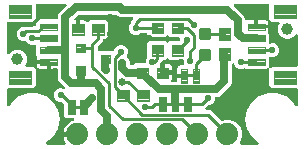
<source format=gtl>
G04 EAGLE Gerber RS-274X export*
G75*
%MOMM*%
%FSLAX34Y34*%
%LPD*%
%INTop Copper*%
%IPPOS*%
%AMOC8*
5,1,8,0,0,1.08239X$1,22.5*%
G01*
%ADD10C,1.000000*%
%ADD11C,0.099059*%
%ADD12C,0.100000*%
%ADD13C,0.102000*%
%ADD14C,0.096000*%
%ADD15C,1.879600*%
%ADD16C,0.300000*%
%ADD17C,0.104000*%
%ADD18C,0.635000*%
%ADD19C,0.558800*%
%ADD20C,0.254000*%
%ADD21C,0.635000*%

G36*
X216140Y4075D02*
X216140Y4075D01*
X216214Y4075D01*
X216280Y4095D01*
X216349Y4105D01*
X216416Y4135D01*
X216486Y4155D01*
X216545Y4192D01*
X216608Y4221D01*
X216664Y4268D01*
X216726Y4308D01*
X216772Y4360D01*
X216825Y4404D01*
X216866Y4466D01*
X216915Y4521D01*
X216944Y4583D01*
X216983Y4641D01*
X217005Y4711D01*
X217036Y4778D01*
X217048Y4846D01*
X217068Y4912D01*
X217070Y4986D01*
X217082Y5058D01*
X217074Y5127D01*
X217076Y5196D01*
X217057Y5267D01*
X217048Y5341D01*
X217021Y5404D01*
X217004Y5471D01*
X216966Y5535D01*
X216938Y5602D01*
X216899Y5647D01*
X216859Y5716D01*
X216769Y5800D01*
X216720Y5858D01*
X211015Y10644D01*
X207029Y17549D01*
X205645Y25400D01*
X207029Y33251D01*
X211015Y40155D01*
X217122Y45280D01*
X224614Y48007D01*
X232586Y48007D01*
X240078Y45280D01*
X246185Y40156D01*
X248041Y36941D01*
X248053Y36926D01*
X248061Y36908D01*
X248140Y36814D01*
X248216Y36717D01*
X248232Y36706D01*
X248245Y36691D01*
X248347Y36622D01*
X248446Y36551D01*
X248465Y36544D01*
X248481Y36533D01*
X248599Y36496D01*
X248714Y36454D01*
X248734Y36453D01*
X248752Y36447D01*
X248875Y36444D01*
X248998Y36436D01*
X249017Y36441D01*
X249036Y36440D01*
X249155Y36471D01*
X249275Y36498D01*
X249293Y36507D01*
X249311Y36512D01*
X249417Y36574D01*
X249525Y36633D01*
X249539Y36647D01*
X249556Y36657D01*
X249640Y36747D01*
X249727Y36833D01*
X249737Y36850D01*
X249750Y36864D01*
X249806Y36974D01*
X249866Y37081D01*
X249871Y37100D01*
X249880Y37118D01*
X249892Y37190D01*
X249931Y37358D01*
X249929Y37409D01*
X249935Y37449D01*
X249935Y50836D01*
X249927Y50894D01*
X249929Y50952D01*
X249907Y51034D01*
X249895Y51118D01*
X249872Y51171D01*
X249857Y51227D01*
X249814Y51300D01*
X249779Y51377D01*
X249741Y51422D01*
X249712Y51472D01*
X249650Y51530D01*
X249596Y51594D01*
X249547Y51626D01*
X249504Y51666D01*
X249429Y51705D01*
X249359Y51752D01*
X249303Y51769D01*
X249251Y51796D01*
X249183Y51807D01*
X249088Y51837D01*
X248988Y51840D01*
X248920Y51851D01*
X228028Y51851D01*
X225961Y53918D01*
X225961Y67887D01*
X225957Y67917D01*
X225960Y67946D01*
X225937Y68057D01*
X225921Y68169D01*
X225909Y68196D01*
X225904Y68224D01*
X225851Y68325D01*
X225805Y68428D01*
X225786Y68451D01*
X225773Y68477D01*
X225695Y68559D01*
X225622Y68645D01*
X225597Y68662D01*
X225577Y68683D01*
X225479Y68740D01*
X225385Y68803D01*
X225357Y68812D01*
X225332Y68827D01*
X225222Y68855D01*
X225114Y68889D01*
X225084Y68889D01*
X225056Y68897D01*
X224943Y68893D01*
X224830Y68896D01*
X224801Y68889D01*
X224772Y68888D01*
X224664Y68853D01*
X224555Y68824D01*
X224529Y68809D01*
X224501Y68800D01*
X224437Y68755D01*
X224310Y68679D01*
X224267Y68633D01*
X224228Y68605D01*
X223474Y67851D01*
X206046Y67851D01*
X205685Y68213D01*
X205683Y68214D01*
X205682Y68215D01*
X205569Y68300D01*
X205457Y68384D01*
X205456Y68384D01*
X205455Y68385D01*
X205324Y68434D01*
X205192Y68485D01*
X205190Y68485D01*
X205189Y68485D01*
X205045Y68497D01*
X204908Y68508D01*
X204907Y68508D01*
X204905Y68508D01*
X204889Y68505D01*
X204630Y68452D01*
X204602Y68438D01*
X204578Y68433D01*
X203092Y67817D01*
X200768Y67817D01*
X198620Y68707D01*
X196977Y70350D01*
X196226Y72162D01*
X196168Y72261D01*
X196115Y72363D01*
X196096Y72383D01*
X196082Y72407D01*
X195998Y72486D01*
X195919Y72569D01*
X195895Y72583D01*
X195875Y72602D01*
X195773Y72655D01*
X195674Y72713D01*
X195647Y72720D01*
X195622Y72733D01*
X195509Y72755D01*
X195398Y72783D01*
X195371Y72782D01*
X195343Y72788D01*
X195229Y72778D01*
X195114Y72774D01*
X195088Y72765D01*
X195060Y72763D01*
X194953Y72722D01*
X194844Y72687D01*
X194823Y72672D01*
X194795Y72661D01*
X194582Y72500D01*
X194570Y72492D01*
X194481Y72402D01*
X194428Y72332D01*
X194369Y72269D01*
X194343Y72219D01*
X194310Y72175D01*
X194279Y72093D01*
X194239Y72016D01*
X194231Y71968D01*
X194209Y71909D01*
X194197Y71762D01*
X194184Y71685D01*
X194184Y56357D01*
X193236Y54069D01*
X191343Y52176D01*
X186584Y47417D01*
X184691Y45524D01*
X182403Y44576D01*
X180848Y44576D01*
X180790Y44568D01*
X180732Y44570D01*
X180650Y44548D01*
X180566Y44536D01*
X180513Y44513D01*
X180457Y44498D01*
X180384Y44455D01*
X180307Y44420D01*
X180262Y44382D01*
X180212Y44353D01*
X180154Y44291D01*
X180090Y44237D01*
X180058Y44188D01*
X180018Y44145D01*
X179979Y44070D01*
X179932Y44000D01*
X179915Y43944D01*
X179888Y43892D01*
X179877Y43824D01*
X179847Y43729D01*
X179844Y43629D01*
X179833Y43561D01*
X179833Y42018D01*
X178943Y39870D01*
X177300Y38227D01*
X175152Y37337D01*
X174675Y37337D01*
X174589Y37325D01*
X174501Y37322D01*
X174449Y37305D01*
X174394Y37297D01*
X174314Y37262D01*
X174231Y37235D01*
X174192Y37207D01*
X174135Y37181D01*
X174021Y37085D01*
X173958Y37040D01*
X173526Y36609D01*
X173526Y36608D01*
X172179Y35262D01*
X172162Y35238D01*
X172139Y35219D01*
X172077Y35125D01*
X172009Y35035D01*
X171998Y35007D01*
X171982Y34983D01*
X171948Y34875D01*
X171907Y34769D01*
X171905Y34740D01*
X171896Y34712D01*
X171893Y34598D01*
X171884Y34486D01*
X171890Y34457D01*
X171889Y34428D01*
X171917Y34318D01*
X171940Y34207D01*
X171953Y34181D01*
X171961Y34153D01*
X172018Y34055D01*
X172071Y33955D01*
X172091Y33933D01*
X172106Y33908D01*
X172188Y33831D01*
X172266Y33749D01*
X172292Y33734D01*
X172313Y33714D01*
X172414Y33662D01*
X172512Y33605D01*
X172540Y33598D01*
X172566Y33584D01*
X172644Y33571D01*
X172787Y33535D01*
X172850Y33537D01*
X172897Y33529D01*
X175779Y33529D01*
X184813Y24495D01*
X184814Y24494D01*
X184815Y24493D01*
X184933Y24404D01*
X185040Y24324D01*
X185041Y24323D01*
X185043Y24322D01*
X185176Y24272D01*
X185306Y24223D01*
X185307Y24223D01*
X185309Y24222D01*
X185453Y24210D01*
X185589Y24199D01*
X185590Y24199D01*
X185592Y24199D01*
X185608Y24203D01*
X185868Y24255D01*
X185895Y24269D01*
X185919Y24275D01*
X188024Y25147D01*
X192976Y25147D01*
X197551Y23252D01*
X201052Y19751D01*
X202947Y15176D01*
X202947Y10224D01*
X200977Y5469D01*
X200948Y5357D01*
X200914Y5248D01*
X200913Y5220D01*
X200906Y5193D01*
X200909Y5079D01*
X200906Y4964D01*
X200913Y4937D01*
X200914Y4909D01*
X200949Y4800D01*
X200978Y4689D01*
X200992Y4665D01*
X201001Y4638D01*
X201065Y4543D01*
X201123Y4444D01*
X201144Y4425D01*
X201159Y4402D01*
X201247Y4328D01*
X201331Y4250D01*
X201355Y4237D01*
X201377Y4219D01*
X201481Y4173D01*
X201584Y4120D01*
X201608Y4116D01*
X201636Y4104D01*
X201900Y4067D01*
X201915Y4065D01*
X216067Y4065D01*
X216140Y4075D01*
G37*
G36*
X53115Y4078D02*
X53115Y4078D01*
X53207Y4081D01*
X53256Y4097D01*
X53306Y4105D01*
X53390Y4142D01*
X53477Y4171D01*
X53519Y4200D01*
X53565Y4221D01*
X53635Y4280D01*
X53711Y4332D01*
X53743Y4372D01*
X53782Y4404D01*
X53833Y4481D01*
X53892Y4552D01*
X53912Y4599D01*
X53940Y4641D01*
X53968Y4729D01*
X54004Y4813D01*
X54010Y4864D01*
X54026Y4912D01*
X54028Y5004D01*
X54039Y5095D01*
X54032Y5146D01*
X54033Y5196D01*
X54010Y5285D01*
X53995Y5376D01*
X53975Y5416D01*
X53961Y5471D01*
X53880Y5608D01*
X53846Y5677D01*
X53289Y6443D01*
X52436Y8117D01*
X51855Y9904D01*
X51734Y10669D01*
X62484Y10669D01*
X62542Y10677D01*
X62600Y10675D01*
X62682Y10697D01*
X62765Y10709D01*
X62819Y10733D01*
X62875Y10747D01*
X62948Y10790D01*
X63025Y10825D01*
X63069Y10863D01*
X63120Y10893D01*
X63177Y10954D01*
X63242Y11009D01*
X63274Y11057D01*
X63314Y11100D01*
X63353Y11175D01*
X63399Y11245D01*
X63417Y11301D01*
X63444Y11353D01*
X63455Y11421D01*
X63485Y11516D01*
X63488Y11616D01*
X63499Y11684D01*
X63499Y13716D01*
X63491Y13774D01*
X63492Y13832D01*
X63471Y13914D01*
X63459Y13997D01*
X63435Y14051D01*
X63421Y14107D01*
X63378Y14180D01*
X63343Y14257D01*
X63305Y14302D01*
X63275Y14352D01*
X63214Y14410D01*
X63159Y14474D01*
X63111Y14506D01*
X63068Y14546D01*
X62993Y14585D01*
X62923Y14631D01*
X62867Y14649D01*
X62815Y14676D01*
X62747Y14687D01*
X62652Y14717D01*
X62552Y14720D01*
X62484Y14731D01*
X51734Y14731D01*
X51855Y15496D01*
X52436Y17283D01*
X53289Y18957D01*
X54394Y20478D01*
X55722Y21806D01*
X57243Y22911D01*
X58917Y23764D01*
X60199Y24180D01*
X60311Y24236D01*
X60426Y24287D01*
X60439Y24298D01*
X60454Y24305D01*
X60547Y24389D01*
X60643Y24471D01*
X60652Y24485D01*
X60665Y24496D01*
X60731Y24603D01*
X60800Y24707D01*
X60806Y24723D01*
X60815Y24738D01*
X60848Y24859D01*
X60886Y24978D01*
X60887Y24995D01*
X60891Y25012D01*
X60890Y25137D01*
X60894Y25262D01*
X60889Y25279D01*
X60889Y25296D01*
X60853Y25417D01*
X60822Y25537D01*
X60813Y25552D01*
X60808Y25568D01*
X60740Y25674D01*
X60676Y25782D01*
X60664Y25793D01*
X60655Y25808D01*
X60561Y25891D01*
X60469Y25976D01*
X60454Y25984D01*
X60441Y25995D01*
X60327Y26049D01*
X60216Y26106D01*
X60201Y26108D01*
X60184Y26116D01*
X59903Y26161D01*
X59894Y26160D01*
X59885Y26161D01*
X54018Y26161D01*
X51942Y28237D01*
X51942Y38050D01*
X51930Y38136D01*
X51927Y38224D01*
X51910Y38276D01*
X51902Y38331D01*
X51867Y38411D01*
X51840Y38494D01*
X51812Y38533D01*
X51786Y38590D01*
X51690Y38704D01*
X51645Y38767D01*
X50832Y39580D01*
X50763Y39632D01*
X50699Y39692D01*
X50649Y39718D01*
X50605Y39751D01*
X50524Y39782D01*
X50446Y39822D01*
X50398Y39830D01*
X50340Y39852D01*
X50192Y39864D01*
X50115Y39877D01*
X48368Y39877D01*
X46220Y40767D01*
X44577Y42410D01*
X43687Y44558D01*
X43687Y46882D01*
X44577Y49030D01*
X46220Y50673D01*
X48368Y51563D01*
X50692Y51563D01*
X51514Y51222D01*
X51597Y51201D01*
X51677Y51170D01*
X51734Y51166D01*
X51789Y51152D01*
X51875Y51154D01*
X51960Y51147D01*
X52016Y51158D01*
X52073Y51160D01*
X52155Y51186D01*
X52239Y51203D01*
X52290Y51229D01*
X52344Y51246D01*
X52415Y51294D01*
X52491Y51334D01*
X52533Y51373D01*
X52580Y51405D01*
X52635Y51470D01*
X52698Y51530D01*
X52726Y51579D01*
X52763Y51622D01*
X52798Y51701D01*
X52841Y51775D01*
X52855Y51830D01*
X52878Y51882D01*
X52890Y51967D01*
X52911Y52050D01*
X52910Y52107D01*
X52917Y52164D01*
X52905Y52249D01*
X52902Y52334D01*
X52885Y52389D01*
X52877Y52445D01*
X52841Y52523D01*
X52815Y52605D01*
X52786Y52645D01*
X52760Y52704D01*
X52665Y52815D01*
X52620Y52878D01*
X48064Y57435D01*
X47116Y59722D01*
X47116Y67344D01*
X47108Y67402D01*
X47110Y67460D01*
X47088Y67542D01*
X47076Y67626D01*
X47053Y67679D01*
X47038Y67735D01*
X46995Y67808D01*
X46960Y67885D01*
X46922Y67930D01*
X46893Y67980D01*
X46831Y68038D01*
X46777Y68102D01*
X46728Y68134D01*
X46685Y68174D01*
X46610Y68213D01*
X46540Y68260D01*
X46484Y68277D01*
X46432Y68304D01*
X46364Y68315D01*
X46269Y68345D01*
X46169Y68348D01*
X46101Y68359D01*
X40739Y68359D01*
X40739Y73416D01*
X40731Y73474D01*
X40733Y73532D01*
X40711Y73614D01*
X40699Y73697D01*
X40676Y73751D01*
X40661Y73807D01*
X40618Y73880D01*
X40583Y73957D01*
X40545Y74001D01*
X40516Y74052D01*
X40454Y74109D01*
X40400Y74174D01*
X40351Y74206D01*
X40308Y74246D01*
X40233Y74285D01*
X40163Y74331D01*
X40107Y74349D01*
X40055Y74376D01*
X39987Y74387D01*
X39892Y74417D01*
X39792Y74420D01*
X39765Y74424D01*
X39763Y74442D01*
X39764Y74500D01*
X39743Y74582D01*
X39731Y74666D01*
X39707Y74719D01*
X39693Y74775D01*
X39649Y74848D01*
X39615Y74925D01*
X39577Y74970D01*
X39547Y75020D01*
X39486Y75078D01*
X39431Y75142D01*
X39383Y75174D01*
X39340Y75214D01*
X39265Y75253D01*
X39195Y75300D01*
X39139Y75317D01*
X39087Y75344D01*
X39019Y75355D01*
X38924Y75385D01*
X38824Y75388D01*
X38756Y75399D01*
X28949Y75399D01*
X28949Y76792D01*
X29157Y77568D01*
X29373Y77941D01*
X29398Y78004D01*
X29432Y78063D01*
X29451Y78135D01*
X29479Y78204D01*
X29486Y78272D01*
X29503Y78338D01*
X29500Y78413D01*
X29508Y78487D01*
X29496Y78554D01*
X29493Y78622D01*
X29471Y78693D01*
X29457Y78767D01*
X29427Y78828D01*
X29406Y78893D01*
X29370Y78944D01*
X29331Y79022D01*
X29254Y79106D01*
X29211Y79166D01*
X28441Y79936D01*
X28441Y87396D01*
X28425Y87510D01*
X28415Y87624D01*
X28405Y87650D01*
X28401Y87678D01*
X28355Y87782D01*
X28313Y87890D01*
X28296Y87912D01*
X28285Y87937D01*
X28211Y88025D01*
X28142Y88116D01*
X28119Y88133D01*
X28102Y88154D01*
X28006Y88218D01*
X27914Y88287D01*
X27888Y88296D01*
X27865Y88312D01*
X27755Y88346D01*
X27648Y88387D01*
X27620Y88389D01*
X27594Y88397D01*
X27479Y88400D01*
X27365Y88410D01*
X27340Y88404D01*
X27310Y88405D01*
X27053Y88338D01*
X27037Y88334D01*
X26562Y88137D01*
X24238Y88137D01*
X22090Y89027D01*
X20447Y90670D01*
X20164Y91354D01*
X20134Y91405D01*
X20113Y91459D01*
X20062Y91526D01*
X20019Y91599D01*
X19977Y91639D01*
X19941Y91686D01*
X19874Y91736D01*
X19812Y91794D01*
X19760Y91821D01*
X19714Y91856D01*
X19635Y91886D01*
X19560Y91924D01*
X19502Y91936D01*
X19448Y91956D01*
X19363Y91963D01*
X19281Y91979D01*
X19222Y91974D01*
X19164Y91979D01*
X19097Y91964D01*
X18997Y91955D01*
X18977Y91947D01*
X16618Y91947D01*
X14470Y92837D01*
X12827Y94480D01*
X11937Y96628D01*
X11937Y98952D01*
X12827Y101100D01*
X14470Y102743D01*
X16618Y103633D01*
X17095Y103633D01*
X17181Y103645D01*
X17269Y103648D01*
X17321Y103665D01*
X17376Y103673D01*
X17456Y103708D01*
X17539Y103735D01*
X17578Y103763D01*
X17635Y103789D01*
X17749Y103885D01*
X17812Y103930D01*
X18531Y104649D01*
X27426Y104649D01*
X27484Y104657D01*
X27542Y104655D01*
X27624Y104677D01*
X27708Y104689D01*
X27761Y104712D01*
X27817Y104727D01*
X27890Y104770D01*
X27967Y104805D01*
X28012Y104843D01*
X28062Y104872D01*
X28120Y104934D01*
X28184Y104988D01*
X28216Y105037D01*
X28256Y105080D01*
X28295Y105155D01*
X28342Y105225D01*
X28359Y105281D01*
X28386Y105333D01*
X28397Y105401D01*
X28427Y105496D01*
X28430Y105596D01*
X28441Y105664D01*
X28441Y107870D01*
X28437Y107899D01*
X28440Y107928D01*
X28417Y108039D01*
X28401Y108151D01*
X28389Y108178D01*
X28384Y108207D01*
X28331Y108308D01*
X28285Y108411D01*
X28266Y108433D01*
X28253Y108459D01*
X28175Y108541D01*
X28102Y108628D01*
X28077Y108644D01*
X28057Y108665D01*
X27959Y108723D01*
X27865Y108785D01*
X27837Y108794D01*
X27812Y108809D01*
X27702Y108837D01*
X27594Y108871D01*
X27564Y108872D01*
X27536Y108879D01*
X27423Y108876D01*
X27310Y108878D01*
X27281Y108871D01*
X27252Y108870D01*
X27144Y108835D01*
X27035Y108807D01*
X27009Y108792D01*
X26981Y108783D01*
X26917Y108737D01*
X26790Y108661D01*
X26747Y108616D01*
X26708Y108588D01*
X25972Y107851D01*
X5080Y107851D01*
X5022Y107843D01*
X4964Y107845D01*
X4882Y107823D01*
X4798Y107811D01*
X4745Y107788D01*
X4689Y107773D01*
X4616Y107730D01*
X4539Y107695D01*
X4494Y107657D01*
X4444Y107628D01*
X4386Y107566D01*
X4322Y107512D01*
X4290Y107463D01*
X4250Y107420D01*
X4211Y107345D01*
X4164Y107275D01*
X4147Y107219D01*
X4120Y107167D01*
X4109Y107099D01*
X4079Y107004D01*
X4076Y106904D01*
X4065Y106836D01*
X4065Y81398D01*
X4069Y81369D01*
X4066Y81340D01*
X4089Y81229D01*
X4105Y81117D01*
X4117Y81090D01*
X4122Y81061D01*
X4175Y80961D01*
X4221Y80857D01*
X4240Y80835D01*
X4253Y80809D01*
X4331Y80727D01*
X4404Y80640D01*
X4429Y80624D01*
X4449Y80603D01*
X4547Y80546D01*
X4641Y80483D01*
X4669Y80474D01*
X4694Y80459D01*
X4804Y80431D01*
X4912Y80397D01*
X4942Y80396D01*
X4970Y80389D01*
X5083Y80393D01*
X5196Y80390D01*
X5225Y80397D01*
X5254Y80398D01*
X5362Y80433D01*
X5471Y80462D01*
X5497Y80477D01*
X5525Y80486D01*
X5588Y80531D01*
X5716Y80607D01*
X5759Y80652D01*
X5798Y80680D01*
X8141Y83023D01*
X11099Y84249D01*
X14301Y84249D01*
X17259Y83023D01*
X19523Y80759D01*
X20749Y77801D01*
X20749Y74599D01*
X19520Y71633D01*
X19462Y71545D01*
X19394Y71455D01*
X19383Y71427D01*
X19367Y71403D01*
X19333Y71295D01*
X19292Y71189D01*
X19290Y71160D01*
X19281Y71132D01*
X19278Y71019D01*
X19269Y70906D01*
X19275Y70877D01*
X19274Y70848D01*
X19302Y70738D01*
X19325Y70627D01*
X19338Y70601D01*
X19346Y70573D01*
X19403Y70475D01*
X19456Y70375D01*
X19476Y70353D01*
X19491Y70328D01*
X19573Y70251D01*
X19651Y70169D01*
X19677Y70154D01*
X19698Y70134D01*
X19799Y70082D01*
X19897Y70025D01*
X19925Y70018D01*
X19951Y70004D01*
X20029Y69991D01*
X20172Y69955D01*
X20235Y69957D01*
X20282Y69949D01*
X25972Y69949D01*
X28039Y67882D01*
X28039Y53918D01*
X25972Y51851D01*
X5080Y51851D01*
X5022Y51843D01*
X4964Y51845D01*
X4882Y51823D01*
X4798Y51811D01*
X4745Y51788D01*
X4689Y51773D01*
X4616Y51730D01*
X4539Y51695D01*
X4494Y51657D01*
X4444Y51628D01*
X4386Y51566D01*
X4322Y51512D01*
X4290Y51463D01*
X4250Y51420D01*
X4211Y51345D01*
X4164Y51275D01*
X4147Y51219D01*
X4120Y51167D01*
X4109Y51099D01*
X4079Y51004D01*
X4076Y50904D01*
X4065Y50836D01*
X4065Y37449D01*
X4067Y37429D01*
X4065Y37410D01*
X4087Y37289D01*
X4105Y37167D01*
X4113Y37149D01*
X4116Y37130D01*
X4171Y37020D01*
X4221Y36908D01*
X4233Y36893D01*
X4242Y36875D01*
X4325Y36784D01*
X4404Y36691D01*
X4421Y36680D01*
X4434Y36665D01*
X4539Y36601D01*
X4641Y36533D01*
X4660Y36527D01*
X4676Y36517D01*
X4795Y36484D01*
X4912Y36447D01*
X4932Y36447D01*
X4951Y36442D01*
X5073Y36443D01*
X5196Y36440D01*
X5215Y36445D01*
X5235Y36445D01*
X5353Y36481D01*
X5471Y36512D01*
X5488Y36522D01*
X5507Y36528D01*
X5610Y36594D01*
X5716Y36657D01*
X5729Y36671D01*
X5746Y36682D01*
X5792Y36739D01*
X5910Y36864D01*
X5934Y36910D01*
X5959Y36941D01*
X7815Y40156D01*
X13922Y45280D01*
X21414Y48007D01*
X29386Y48007D01*
X36878Y45280D01*
X42985Y40156D01*
X46971Y33251D01*
X48355Y25400D01*
X46971Y17549D01*
X42985Y10645D01*
X37280Y5858D01*
X37231Y5803D01*
X37175Y5755D01*
X37136Y5698D01*
X37090Y5646D01*
X37058Y5580D01*
X37017Y5519D01*
X36996Y5453D01*
X36966Y5390D01*
X36954Y5318D01*
X36932Y5248D01*
X36930Y5179D01*
X36918Y5110D01*
X36926Y5037D01*
X36924Y4964D01*
X36942Y4897D01*
X36949Y4828D01*
X36977Y4760D01*
X36996Y4689D01*
X37031Y4629D01*
X37058Y4565D01*
X37104Y4507D01*
X37141Y4444D01*
X37192Y4397D01*
X37235Y4343D01*
X37295Y4300D01*
X37349Y4250D01*
X37410Y4218D01*
X37467Y4178D01*
X37536Y4154D01*
X37602Y4120D01*
X37660Y4110D01*
X37735Y4084D01*
X37857Y4077D01*
X37933Y4065D01*
X53024Y4065D01*
X53115Y4078D01*
G37*
G36*
X109871Y71006D02*
X109871Y71006D01*
X109959Y71009D01*
X110011Y71026D01*
X110066Y71034D01*
X110146Y71069D01*
X110229Y71096D01*
X110268Y71124D01*
X110325Y71150D01*
X110439Y71246D01*
X110502Y71291D01*
X112030Y72819D01*
X120142Y72819D01*
X120200Y72827D01*
X120258Y72825D01*
X120340Y72847D01*
X120424Y72859D01*
X120477Y72882D01*
X120533Y72897D01*
X120606Y72940D01*
X120683Y72975D01*
X120728Y73013D01*
X120778Y73042D01*
X120836Y73104D01*
X120900Y73158D01*
X120932Y73207D01*
X120972Y73250D01*
X121011Y73325D01*
X121058Y73395D01*
X121075Y73451D01*
X121102Y73503D01*
X121113Y73571D01*
X121143Y73666D01*
X121146Y73766D01*
X121157Y73834D01*
X121157Y74822D01*
X122047Y76970D01*
X122354Y77277D01*
X122406Y77347D01*
X122466Y77410D01*
X122492Y77460D01*
X122525Y77504D01*
X122556Y77586D01*
X122596Y77664D01*
X122604Y77711D01*
X122626Y77770D01*
X122638Y77918D01*
X122651Y77995D01*
X122651Y89790D01*
X124730Y91869D01*
X137670Y91869D01*
X138982Y90557D01*
X139029Y90521D01*
X139069Y90479D01*
X139142Y90436D01*
X139209Y90386D01*
X139264Y90365D01*
X139314Y90335D01*
X139396Y90315D01*
X139475Y90284D01*
X139533Y90280D01*
X139590Y90265D01*
X139674Y90268D01*
X139758Y90261D01*
X139816Y90272D01*
X139874Y90274D01*
X139954Y90300D01*
X140037Y90317D01*
X140089Y90344D01*
X140145Y90362D01*
X140201Y90402D01*
X140289Y90448D01*
X140362Y90516D01*
X140418Y90557D01*
X141730Y91869D01*
X149352Y91869D01*
X149410Y91877D01*
X149468Y91875D01*
X149550Y91897D01*
X149634Y91909D01*
X149687Y91932D01*
X149743Y91947D01*
X149816Y91990D01*
X149893Y92025D01*
X149938Y92063D01*
X149988Y92092D01*
X150046Y92154D01*
X150110Y92208D01*
X150142Y92257D01*
X150182Y92300D01*
X150221Y92375D01*
X150268Y92445D01*
X150285Y92501D01*
X150312Y92553D01*
X150323Y92621D01*
X150353Y92716D01*
X150356Y92816D01*
X150367Y92884D01*
X150367Y93806D01*
X150359Y93864D01*
X150361Y93922D01*
X150339Y94004D01*
X150327Y94088D01*
X150304Y94141D01*
X150289Y94197D01*
X150246Y94270D01*
X150211Y94347D01*
X150173Y94392D01*
X150144Y94442D01*
X150082Y94500D01*
X150028Y94564D01*
X149979Y94596D01*
X149936Y94636D01*
X149861Y94675D01*
X149791Y94722D01*
X149735Y94739D01*
X149683Y94766D01*
X149615Y94777D01*
X149520Y94807D01*
X149420Y94810D01*
X149352Y94821D01*
X141730Y94821D01*
X140418Y96133D01*
X140371Y96169D01*
X140331Y96211D01*
X140258Y96254D01*
X140191Y96304D01*
X140136Y96325D01*
X140086Y96355D01*
X140004Y96375D01*
X139925Y96406D01*
X139867Y96410D01*
X139810Y96425D01*
X139726Y96422D01*
X139642Y96429D01*
X139584Y96418D01*
X139526Y96416D01*
X139446Y96390D01*
X139363Y96373D01*
X139311Y96346D01*
X139255Y96328D01*
X139199Y96288D01*
X139111Y96242D01*
X139038Y96174D01*
X138982Y96133D01*
X137670Y94821D01*
X124730Y94821D01*
X122651Y96900D01*
X122651Y97536D01*
X122645Y97583D01*
X122645Y97584D01*
X122644Y97585D01*
X122643Y97594D01*
X122645Y97652D01*
X122623Y97734D01*
X122611Y97818D01*
X122588Y97871D01*
X122573Y97927D01*
X122530Y98000D01*
X122495Y98077D01*
X122457Y98122D01*
X122428Y98172D01*
X122366Y98230D01*
X122312Y98294D01*
X122263Y98326D01*
X122220Y98366D01*
X122145Y98405D01*
X122075Y98452D01*
X122019Y98469D01*
X121967Y98496D01*
X121899Y98507D01*
X121804Y98537D01*
X121704Y98540D01*
X121636Y98551D01*
X117395Y98551D01*
X117308Y98539D01*
X117221Y98536D01*
X117168Y98519D01*
X117113Y98511D01*
X117033Y98476D01*
X116950Y98449D01*
X116911Y98421D01*
X116854Y98395D01*
X116740Y98299D01*
X116677Y98254D01*
X116340Y97917D01*
X114192Y97027D01*
X111868Y97027D01*
X109720Y97917D01*
X108077Y99560D01*
X107187Y101708D01*
X107187Y104032D01*
X108077Y106180D01*
X108414Y106517D01*
X108466Y106587D01*
X108526Y106650D01*
X108552Y106700D01*
X108585Y106744D01*
X108616Y106826D01*
X108656Y106904D01*
X108664Y106951D01*
X108686Y107010D01*
X108698Y107158D01*
X108711Y107235D01*
X108711Y108469D01*
X110396Y110153D01*
X110413Y110177D01*
X110436Y110196D01*
X110498Y110290D01*
X110566Y110380D01*
X110577Y110408D01*
X110593Y110432D01*
X110627Y110540D01*
X110668Y110646D01*
X110670Y110675D01*
X110679Y110703D01*
X110682Y110817D01*
X110691Y110929D01*
X110685Y110958D01*
X110686Y110987D01*
X110658Y111097D01*
X110635Y111208D01*
X110622Y111234D01*
X110614Y111262D01*
X110557Y111360D01*
X110504Y111460D01*
X110484Y111482D01*
X110469Y111507D01*
X110387Y111584D01*
X110309Y111666D01*
X110283Y111681D01*
X110262Y111701D01*
X110161Y111753D01*
X110063Y111810D01*
X110035Y111817D01*
X110009Y111831D01*
X109931Y111844D01*
X109788Y111880D01*
X109725Y111878D01*
X109678Y111886D01*
X100362Y111886D01*
X98074Y112834D01*
X97154Y113754D01*
X97085Y113806D01*
X97021Y113866D01*
X96971Y113892D01*
X96927Y113925D01*
X96846Y113956D01*
X96768Y113996D01*
X96720Y114004D01*
X96662Y114026D01*
X96514Y114038D01*
X96437Y114051D01*
X64853Y114051D01*
X64767Y114039D01*
X64679Y114036D01*
X64627Y114019D01*
X64572Y114011D01*
X64492Y113976D01*
X64409Y113949D01*
X64370Y113921D01*
X64313Y113895D01*
X64199Y113799D01*
X64136Y113754D01*
X61256Y110874D01*
X61238Y110850D01*
X61216Y110831D01*
X61153Y110737D01*
X61085Y110647D01*
X61074Y110619D01*
X61058Y110595D01*
X61024Y110487D01*
X60983Y110381D01*
X60981Y110352D01*
X60972Y110324D01*
X60969Y110210D01*
X60960Y110098D01*
X60966Y110069D01*
X60965Y110040D01*
X60993Y109930D01*
X61016Y109819D01*
X61029Y109793D01*
X61037Y109765D01*
X61095Y109667D01*
X61147Y109567D01*
X61167Y109545D01*
X61182Y109520D01*
X61264Y109443D01*
X61343Y109361D01*
X61368Y109346D01*
X61389Y109326D01*
X61490Y109274D01*
X61588Y109217D01*
X61616Y109210D01*
X61642Y109196D01*
X61720Y109183D01*
X61859Y109148D01*
X61859Y102616D01*
X61867Y102558D01*
X61865Y102500D01*
X61887Y102418D01*
X61899Y102335D01*
X61923Y102281D01*
X61937Y102225D01*
X61980Y102152D01*
X62015Y102075D01*
X62053Y102031D01*
X62083Y101980D01*
X62144Y101923D01*
X62199Y101858D01*
X62247Y101826D01*
X62290Y101786D01*
X62365Y101747D01*
X62435Y101701D01*
X62491Y101683D01*
X62543Y101656D01*
X62611Y101645D01*
X62706Y101615D01*
X62806Y101612D01*
X62874Y101601D01*
X64906Y101601D01*
X64964Y101609D01*
X65022Y101608D01*
X65104Y101629D01*
X65187Y101641D01*
X65241Y101665D01*
X65297Y101679D01*
X65370Y101722D01*
X65447Y101757D01*
X65491Y101795D01*
X65542Y101825D01*
X65599Y101886D01*
X65664Y101941D01*
X65696Y101989D01*
X65736Y102032D01*
X65775Y102107D01*
X65821Y102177D01*
X65839Y102233D01*
X65866Y102285D01*
X65877Y102353D01*
X65907Y102448D01*
X65910Y102548D01*
X65921Y102616D01*
X65921Y109141D01*
X69290Y109141D01*
X70064Y108934D01*
X70757Y108533D01*
X71313Y107977D01*
X71360Y107942D01*
X71400Y107900D01*
X71473Y107857D01*
X71540Y107806D01*
X71595Y107786D01*
X71645Y107756D01*
X71727Y107735D01*
X71806Y107705D01*
X71864Y107700D01*
X71921Y107686D01*
X72005Y107689D01*
X72089Y107682D01*
X72146Y107693D01*
X72205Y107695D01*
X72285Y107721D01*
X72368Y107738D01*
X72420Y107765D01*
X72475Y107782D01*
X72531Y107823D01*
X72620Y107869D01*
X72693Y107937D01*
X72749Y107977D01*
X74420Y109649D01*
X87360Y109649D01*
X89439Y107570D01*
X89439Y95630D01*
X87360Y93551D01*
X86224Y93551D01*
X86166Y93543D01*
X86108Y93545D01*
X86026Y93523D01*
X85942Y93511D01*
X85889Y93488D01*
X85833Y93473D01*
X85760Y93430D01*
X85683Y93395D01*
X85638Y93357D01*
X85588Y93328D01*
X85530Y93266D01*
X85466Y93212D01*
X85434Y93163D01*
X85394Y93120D01*
X85355Y93045D01*
X85308Y92975D01*
X85291Y92919D01*
X85264Y92867D01*
X85253Y92799D01*
X85223Y92704D01*
X85220Y92604D01*
X85209Y92536D01*
X85209Y91801D01*
X80816Y87408D01*
X80764Y87339D01*
X80704Y87275D01*
X80678Y87225D01*
X80645Y87181D01*
X80614Y87100D01*
X80574Y87022D01*
X80566Y86974D01*
X80544Y86916D01*
X80532Y86768D01*
X80519Y86691D01*
X80519Y84264D01*
X80527Y84207D01*
X80525Y84153D01*
X80526Y84153D01*
X80525Y84148D01*
X80547Y84066D01*
X80559Y83982D01*
X80582Y83929D01*
X80597Y83873D01*
X80640Y83800D01*
X80675Y83723D01*
X80713Y83678D01*
X80742Y83628D01*
X80804Y83570D01*
X80858Y83506D01*
X80907Y83474D01*
X80950Y83434D01*
X81025Y83395D01*
X81095Y83348D01*
X81151Y83331D01*
X81203Y83304D01*
X81271Y83293D01*
X81366Y83263D01*
X81466Y83260D01*
X81534Y83249D01*
X92658Y83249D01*
X92754Y83153D01*
X92778Y83135D01*
X92797Y83113D01*
X92891Y83050D01*
X92981Y82982D01*
X93009Y82971D01*
X93033Y82955D01*
X93141Y82921D01*
X93247Y82881D01*
X93276Y82878D01*
X93304Y82869D01*
X93417Y82867D01*
X93530Y82857D01*
X93559Y82863D01*
X93588Y82862D01*
X93698Y82891D01*
X93809Y82913D01*
X93835Y82927D01*
X93863Y82934D01*
X93961Y82992D01*
X94061Y83044D01*
X94083Y83064D01*
X94108Y83079D01*
X94185Y83162D01*
X94267Y83240D01*
X94282Y83265D01*
X94302Y83287D01*
X94354Y83387D01*
X94411Y83485D01*
X94418Y83514D01*
X94432Y83540D01*
X94443Y83604D01*
X95377Y85860D01*
X97020Y87503D01*
X99168Y88393D01*
X101492Y88393D01*
X103640Y87503D01*
X105283Y85860D01*
X106173Y83712D01*
X106173Y81388D01*
X105229Y79109D01*
X105228Y79108D01*
X105228Y79106D01*
X105194Y78973D01*
X105158Y78834D01*
X105158Y78832D01*
X105158Y78831D01*
X105162Y78690D01*
X105166Y78550D01*
X105167Y78548D01*
X105167Y78547D01*
X105210Y78411D01*
X105253Y78279D01*
X105254Y78278D01*
X105254Y78276D01*
X105263Y78264D01*
X105411Y78043D01*
X105434Y78023D01*
X105449Y78003D01*
X106876Y76575D01*
X107824Y74288D01*
X107824Y72009D01*
X107832Y71951D01*
X107830Y71893D01*
X107852Y71811D01*
X107864Y71727D01*
X107887Y71674D01*
X107902Y71618D01*
X107945Y71545D01*
X107980Y71468D01*
X108018Y71423D01*
X108047Y71373D01*
X108109Y71315D01*
X108163Y71251D01*
X108212Y71219D01*
X108255Y71179D01*
X108330Y71140D01*
X108400Y71093D01*
X108456Y71076D01*
X108508Y71049D01*
X108576Y71038D01*
X108671Y71008D01*
X108771Y71005D01*
X108839Y70994D01*
X109785Y70994D01*
X109871Y71006D01*
G37*
G36*
X226577Y68924D02*
X226577Y68924D01*
X226690Y68922D01*
X226719Y68929D01*
X226748Y68930D01*
X226856Y68965D01*
X226965Y68993D01*
X226991Y69008D01*
X227019Y69017D01*
X227083Y69063D01*
X227210Y69139D01*
X227253Y69184D01*
X227292Y69212D01*
X228028Y69949D01*
X248920Y69949D01*
X248978Y69957D01*
X249036Y69955D01*
X249118Y69977D01*
X249202Y69989D01*
X249255Y70012D01*
X249311Y70027D01*
X249384Y70070D01*
X249461Y70105D01*
X249506Y70143D01*
X249556Y70172D01*
X249614Y70234D01*
X249678Y70288D01*
X249710Y70337D01*
X249750Y70380D01*
X249789Y70455D01*
X249836Y70525D01*
X249853Y70581D01*
X249880Y70633D01*
X249891Y70701D01*
X249921Y70796D01*
X249924Y70896D01*
X249935Y70964D01*
X249935Y96402D01*
X249931Y96431D01*
X249934Y96460D01*
X249911Y96571D01*
X249895Y96683D01*
X249883Y96710D01*
X249878Y96739D01*
X249825Y96839D01*
X249779Y96943D01*
X249760Y96965D01*
X249747Y96991D01*
X249669Y97073D01*
X249596Y97160D01*
X249571Y97176D01*
X249551Y97197D01*
X249453Y97254D01*
X249359Y97317D01*
X249331Y97326D01*
X249306Y97341D01*
X249196Y97369D01*
X249088Y97403D01*
X249058Y97404D01*
X249030Y97411D01*
X248917Y97407D01*
X248804Y97410D01*
X248775Y97403D01*
X248746Y97402D01*
X248638Y97367D01*
X248529Y97338D01*
X248503Y97323D01*
X248475Y97314D01*
X248412Y97269D01*
X248284Y97193D01*
X248241Y97148D01*
X248202Y97120D01*
X245859Y94777D01*
X242901Y93551D01*
X239699Y93551D01*
X236741Y94777D01*
X234477Y97041D01*
X233251Y99999D01*
X233251Y103201D01*
X234480Y106167D01*
X234538Y106255D01*
X234606Y106345D01*
X234617Y106373D01*
X234633Y106397D01*
X234667Y106505D01*
X234708Y106611D01*
X234710Y106640D01*
X234719Y106668D01*
X234722Y106781D01*
X234731Y106894D01*
X234725Y106923D01*
X234726Y106952D01*
X234698Y107061D01*
X234675Y107173D01*
X234662Y107199D01*
X234654Y107227D01*
X234597Y107325D01*
X234544Y107425D01*
X234524Y107447D01*
X234509Y107472D01*
X234427Y107549D01*
X234349Y107631D01*
X234323Y107646D01*
X234302Y107666D01*
X234201Y107718D01*
X234103Y107775D01*
X234075Y107782D01*
X234049Y107796D01*
X233971Y107809D01*
X233828Y107845D01*
X233765Y107843D01*
X233718Y107851D01*
X228028Y107851D01*
X225961Y109918D01*
X225961Y121920D01*
X225953Y121978D01*
X225955Y122036D01*
X225933Y122118D01*
X225921Y122202D01*
X225898Y122255D01*
X225883Y122311D01*
X225840Y122384D01*
X225805Y122461D01*
X225767Y122506D01*
X225738Y122556D01*
X225676Y122614D01*
X225622Y122678D01*
X225573Y122710D01*
X225530Y122750D01*
X225455Y122789D01*
X225385Y122836D01*
X225329Y122853D01*
X225277Y122880D01*
X225209Y122891D01*
X225114Y122921D01*
X225014Y122924D01*
X224946Y122935D01*
X196927Y122935D01*
X196898Y122931D01*
X196869Y122934D01*
X196758Y122911D01*
X196646Y122895D01*
X196619Y122883D01*
X196590Y122878D01*
X196490Y122826D01*
X196387Y122779D01*
X196364Y122760D01*
X196338Y122747D01*
X196256Y122669D01*
X196170Y122596D01*
X196153Y122571D01*
X196132Y122551D01*
X196075Y122453D01*
X196012Y122359D01*
X196003Y122331D01*
X195988Y122306D01*
X195960Y122196D01*
X195926Y122088D01*
X195925Y122058D01*
X195918Y122030D01*
X195922Y121917D01*
X195919Y121804D01*
X195926Y121775D01*
X195927Y121746D01*
X195962Y121638D01*
X195991Y121529D01*
X196006Y121503D01*
X196015Y121475D01*
X196060Y121412D01*
X196136Y121284D01*
X196182Y121241D01*
X196210Y121202D01*
X204666Y112745D01*
X205614Y110458D01*
X205614Y110361D01*
X205621Y110312D01*
X205618Y110264D01*
X205640Y110172D01*
X205654Y110079D01*
X205673Y110035D01*
X205685Y109987D01*
X205731Y109905D01*
X205770Y109820D01*
X205801Y109783D01*
X205825Y109740D01*
X205893Y109674D01*
X205953Y109603D01*
X205994Y109576D01*
X206029Y109542D01*
X206112Y109497D01*
X206190Y109445D01*
X206237Y109430D01*
X206280Y109407D01*
X206371Y109388D01*
X206461Y109359D01*
X206510Y109358D01*
X206558Y109348D01*
X206632Y109355D01*
X206745Y109352D01*
X206829Y109374D01*
X206892Y109380D01*
X207118Y109441D01*
X213261Y109441D01*
X213261Y104384D01*
X213269Y104326D01*
X213267Y104268D01*
X213289Y104186D01*
X213301Y104103D01*
X213324Y104049D01*
X213339Y103993D01*
X213382Y103920D01*
X213417Y103843D01*
X213455Y103799D01*
X213484Y103748D01*
X213546Y103691D01*
X213600Y103626D01*
X213649Y103594D01*
X213692Y103554D01*
X213767Y103515D01*
X213837Y103469D01*
X213893Y103451D01*
X213945Y103424D01*
X214013Y103413D01*
X214108Y103383D01*
X214208Y103380D01*
X214235Y103376D01*
X214237Y103358D01*
X214236Y103300D01*
X214257Y103218D01*
X214269Y103134D01*
X214293Y103081D01*
X214307Y103025D01*
X214351Y102952D01*
X214385Y102875D01*
X214423Y102830D01*
X214453Y102780D01*
X214514Y102722D01*
X214569Y102658D01*
X214617Y102626D01*
X214660Y102586D01*
X214735Y102547D01*
X214805Y102500D01*
X214861Y102483D01*
X214913Y102456D01*
X214981Y102445D01*
X215076Y102415D01*
X215176Y102412D01*
X215244Y102401D01*
X225051Y102401D01*
X225051Y101008D01*
X224843Y100232D01*
X224627Y99860D01*
X224602Y99796D01*
X224568Y99737D01*
X224549Y99665D01*
X224521Y99596D01*
X224514Y99528D01*
X224497Y99462D01*
X224500Y99387D01*
X224492Y99313D01*
X224504Y99246D01*
X224506Y99178D01*
X224529Y99107D01*
X224543Y99033D01*
X224573Y98972D01*
X224594Y98907D01*
X224630Y98856D01*
X224669Y98778D01*
X224746Y98694D01*
X224789Y98634D01*
X225559Y97864D01*
X225559Y90404D01*
X225575Y90290D01*
X225585Y90176D01*
X225595Y90150D01*
X225599Y90122D01*
X225645Y90018D01*
X225687Y89910D01*
X225704Y89888D01*
X225715Y89863D01*
X225789Y89775D01*
X225858Y89684D01*
X225881Y89667D01*
X225898Y89646D01*
X225994Y89582D01*
X226086Y89513D01*
X226112Y89504D01*
X226135Y89488D01*
X226245Y89454D01*
X226352Y89413D01*
X226380Y89411D01*
X226406Y89403D01*
X226521Y89400D01*
X226635Y89390D01*
X226660Y89396D01*
X226690Y89395D01*
X226947Y89462D01*
X226963Y89466D01*
X227438Y89663D01*
X229762Y89663D01*
X231910Y88773D01*
X233553Y87130D01*
X234443Y84982D01*
X234443Y82658D01*
X233553Y80510D01*
X231910Y78867D01*
X229762Y77977D01*
X227438Y77977D01*
X226963Y78174D01*
X226851Y78203D01*
X226742Y78237D01*
X226714Y78238D01*
X226687Y78245D01*
X226573Y78242D01*
X226458Y78245D01*
X226431Y78238D01*
X226403Y78237D01*
X226294Y78202D01*
X226183Y78173D01*
X226159Y78159D01*
X226132Y78150D01*
X226037Y78086D01*
X225938Y78028D01*
X225919Y78007D01*
X225896Y77992D01*
X225822Y77904D01*
X225744Y77820D01*
X225731Y77796D01*
X225713Y77774D01*
X225666Y77669D01*
X225614Y77567D01*
X225610Y77543D01*
X225598Y77515D01*
X225561Y77251D01*
X225559Y77236D01*
X225559Y69930D01*
X225563Y69901D01*
X225560Y69872D01*
X225583Y69761D01*
X225599Y69649D01*
X225611Y69622D01*
X225616Y69593D01*
X225669Y69492D01*
X225715Y69389D01*
X225734Y69367D01*
X225747Y69341D01*
X225825Y69259D01*
X225898Y69172D01*
X225923Y69156D01*
X225943Y69135D01*
X226041Y69077D01*
X226135Y69015D01*
X226163Y69006D01*
X226188Y68991D01*
X226298Y68963D01*
X226406Y68929D01*
X226436Y68928D01*
X226464Y68921D01*
X226577Y68924D01*
G37*
G36*
X29057Y108907D02*
X29057Y108907D01*
X29170Y108904D01*
X29199Y108911D01*
X29228Y108912D01*
X29336Y108947D01*
X29445Y108976D01*
X29471Y108991D01*
X29499Y109000D01*
X29563Y109045D01*
X29690Y109121D01*
X29733Y109167D01*
X29772Y109195D01*
X30526Y109949D01*
X46101Y109949D01*
X46159Y109957D01*
X46217Y109955D01*
X46299Y109977D01*
X46383Y109989D01*
X46436Y110012D01*
X46492Y110027D01*
X46565Y110070D01*
X46642Y110105D01*
X46687Y110143D01*
X46737Y110172D01*
X46795Y110234D01*
X46859Y110288D01*
X46891Y110337D01*
X46931Y110380D01*
X46970Y110455D01*
X47017Y110525D01*
X47034Y110581D01*
X47061Y110633D01*
X47072Y110701D01*
X47102Y110796D01*
X47105Y110896D01*
X47116Y110964D01*
X47116Y112998D01*
X48064Y115286D01*
X49957Y117179D01*
X53980Y121202D01*
X53998Y121226D01*
X54020Y121245D01*
X54083Y121339D01*
X54151Y121429D01*
X54162Y121457D01*
X54178Y121481D01*
X54212Y121589D01*
X54253Y121695D01*
X54255Y121724D01*
X54264Y121752D01*
X54267Y121866D01*
X54276Y121978D01*
X54270Y122007D01*
X54271Y122036D01*
X54243Y122146D01*
X54220Y122257D01*
X54207Y122283D01*
X54199Y122311D01*
X54141Y122409D01*
X54089Y122509D01*
X54069Y122531D01*
X54054Y122556D01*
X53972Y122633D01*
X53893Y122715D01*
X53868Y122730D01*
X53847Y122750D01*
X53746Y122802D01*
X53648Y122859D01*
X53620Y122866D01*
X53594Y122880D01*
X53516Y122893D01*
X53373Y122929D01*
X53310Y122927D01*
X53263Y122935D01*
X29054Y122935D01*
X28996Y122927D01*
X28938Y122929D01*
X28856Y122907D01*
X28772Y122895D01*
X28719Y122872D01*
X28663Y122857D01*
X28590Y122814D01*
X28513Y122779D01*
X28468Y122741D01*
X28418Y122712D01*
X28360Y122650D01*
X28296Y122596D01*
X28264Y122547D01*
X28224Y122504D01*
X28185Y122429D01*
X28138Y122359D01*
X28121Y122303D01*
X28094Y122251D01*
X28083Y122183D01*
X28053Y122088D01*
X28050Y121988D01*
X28039Y121920D01*
X28039Y109913D01*
X28043Y109883D01*
X28040Y109854D01*
X28063Y109743D01*
X28079Y109631D01*
X28091Y109604D01*
X28096Y109576D01*
X28149Y109475D01*
X28195Y109372D01*
X28214Y109349D01*
X28227Y109323D01*
X28305Y109241D01*
X28378Y109155D01*
X28403Y109138D01*
X28423Y109117D01*
X28521Y109060D01*
X28615Y108997D01*
X28643Y108988D01*
X28668Y108973D01*
X28778Y108945D01*
X28886Y108911D01*
X28916Y108911D01*
X28944Y108903D01*
X29057Y108907D01*
G37*
G36*
X146743Y57032D02*
X146743Y57032D01*
X146801Y57030D01*
X146883Y57052D01*
X146966Y57064D01*
X147020Y57087D01*
X147076Y57102D01*
X147149Y57145D01*
X147226Y57180D01*
X147271Y57218D01*
X147321Y57247D01*
X147379Y57309D01*
X147443Y57363D01*
X147475Y57412D01*
X147515Y57455D01*
X147554Y57530D01*
X147600Y57600D01*
X147618Y57656D01*
X147645Y57708D01*
X147656Y57776D01*
X147686Y57871D01*
X147689Y57971D01*
X147700Y58039D01*
X147700Y60580D01*
X152908Y60580D01*
X152966Y60588D01*
X153024Y60586D01*
X153106Y60608D01*
X153189Y60620D01*
X153243Y60643D01*
X153299Y60658D01*
X153372Y60701D01*
X153449Y60736D01*
X153493Y60774D01*
X153544Y60803D01*
X153601Y60865D01*
X153639Y60897D01*
X165735Y60897D01*
X165754Y60909D01*
X165776Y60913D01*
X165783Y60928D01*
X165792Y60934D01*
X165791Y60944D01*
X165798Y60960D01*
X165798Y63500D01*
X165786Y63519D01*
X165782Y63541D01*
X165767Y63548D01*
X165761Y63557D01*
X165751Y63556D01*
X165735Y63563D01*
X153634Y63563D01*
X153583Y63623D01*
X153535Y63655D01*
X153492Y63695D01*
X153417Y63734D01*
X153347Y63781D01*
X153291Y63798D01*
X153239Y63825D01*
X153171Y63836D01*
X153076Y63866D01*
X152976Y63869D01*
X152908Y63880D01*
X147700Y63880D01*
X147700Y68484D01*
X147907Y69257D01*
X148307Y69949D01*
X148872Y70514D01*
X149564Y70914D01*
X150337Y71121D01*
X152472Y71121D01*
X152585Y71137D01*
X152700Y71147D01*
X152726Y71157D01*
X152753Y71161D01*
X152858Y71208D01*
X152965Y71249D01*
X152987Y71265D01*
X153012Y71277D01*
X153100Y71351D01*
X153192Y71420D01*
X153208Y71443D01*
X153229Y71460D01*
X153293Y71556D01*
X153362Y71648D01*
X153372Y71674D01*
X153387Y71697D01*
X153422Y71807D01*
X153462Y71914D01*
X153464Y71942D01*
X153473Y71968D01*
X153476Y72083D01*
X153485Y72197D01*
X153479Y72222D01*
X153480Y72252D01*
X153413Y72509D01*
X153410Y72525D01*
X152886Y73790D01*
X152886Y74756D01*
X152877Y74814D01*
X152879Y74872D01*
X152858Y74954D01*
X152846Y75038D01*
X152822Y75091D01*
X152807Y75147D01*
X152764Y75220D01*
X152729Y75297D01*
X152692Y75342D01*
X152662Y75392D01*
X152600Y75450D01*
X152546Y75514D01*
X152497Y75546D01*
X152454Y75586D01*
X152379Y75625D01*
X152309Y75672D01*
X152253Y75689D01*
X152201Y75716D01*
X152133Y75727D01*
X152038Y75757D01*
X151938Y75760D01*
X151870Y75771D01*
X141730Y75771D01*
X140418Y77083D01*
X140371Y77119D01*
X140331Y77161D01*
X140258Y77204D01*
X140191Y77254D01*
X140136Y77275D01*
X140086Y77305D01*
X140004Y77325D01*
X139925Y77356D01*
X139867Y77360D01*
X139810Y77375D01*
X139726Y77372D01*
X139642Y77379D01*
X139584Y77368D01*
X139526Y77366D01*
X139446Y77340D01*
X139363Y77323D01*
X139311Y77296D01*
X139255Y77278D01*
X139199Y77238D01*
X139111Y77192D01*
X139038Y77123D01*
X138982Y77083D01*
X137670Y75771D01*
X136534Y75771D01*
X136476Y75763D01*
X136418Y75765D01*
X136336Y75743D01*
X136252Y75731D01*
X136199Y75708D01*
X136143Y75693D01*
X136070Y75650D01*
X135993Y75615D01*
X135948Y75577D01*
X135898Y75548D01*
X135840Y75486D01*
X135776Y75432D01*
X135744Y75383D01*
X135704Y75340D01*
X135665Y75265D01*
X135618Y75195D01*
X135601Y75139D01*
X135574Y75087D01*
X135563Y75019D01*
X135533Y74924D01*
X135530Y74824D01*
X135528Y74810D01*
X133766Y73049D01*
X133714Y72979D01*
X133654Y72915D01*
X133629Y72866D01*
X133595Y72821D01*
X133564Y72740D01*
X133524Y72662D01*
X133516Y72614D01*
X133494Y72556D01*
X133482Y72408D01*
X133469Y72331D01*
X133469Y65786D01*
X133477Y65728D01*
X133475Y65670D01*
X133497Y65588D01*
X133509Y65505D01*
X133533Y65451D01*
X133547Y65395D01*
X133590Y65322D01*
X133625Y65245D01*
X133663Y65201D01*
X133693Y65150D01*
X133754Y65093D01*
X133809Y65028D01*
X133857Y64996D01*
X133900Y64956D01*
X133975Y64917D01*
X134045Y64871D01*
X134101Y64853D01*
X134153Y64826D01*
X134221Y64815D01*
X134316Y64785D01*
X134416Y64782D01*
X134484Y64771D01*
X135501Y64771D01*
X135501Y63754D01*
X135509Y63696D01*
X135508Y63638D01*
X135529Y63556D01*
X135541Y63473D01*
X135565Y63419D01*
X135579Y63363D01*
X135622Y63290D01*
X135657Y63213D01*
X135695Y63168D01*
X135725Y63118D01*
X135786Y63060D01*
X135841Y62996D01*
X135889Y62964D01*
X135932Y62924D01*
X136007Y62885D01*
X136077Y62839D01*
X136133Y62821D01*
X136185Y62794D01*
X136253Y62783D01*
X136348Y62753D01*
X136448Y62750D01*
X136516Y62739D01*
X143541Y62739D01*
X143541Y59870D01*
X143333Y59096D01*
X143016Y58547D01*
X143002Y58510D01*
X142980Y58478D01*
X142949Y58379D01*
X142910Y58283D01*
X142906Y58244D01*
X142894Y58207D01*
X142891Y58103D01*
X142881Y58000D01*
X142888Y57962D01*
X142887Y57923D01*
X142913Y57822D01*
X142931Y57720D01*
X142949Y57685D01*
X142959Y57648D01*
X143011Y57559D01*
X143058Y57466D01*
X143084Y57437D01*
X143104Y57403D01*
X143180Y57332D01*
X143249Y57256D01*
X143283Y57235D01*
X143311Y57209D01*
X143404Y57161D01*
X143492Y57107D01*
X143529Y57097D01*
X143564Y57079D01*
X143641Y57066D01*
X143766Y57032D01*
X143840Y57033D01*
X143895Y57024D01*
X146685Y57024D01*
X146743Y57032D01*
G37*
G36*
X158388Y36779D02*
X158388Y36779D01*
X158410Y36783D01*
X158417Y36798D01*
X158426Y36804D01*
X158425Y36814D01*
X158432Y36830D01*
X158432Y39370D01*
X158420Y39389D01*
X158416Y39411D01*
X158401Y39418D01*
X158395Y39427D01*
X158385Y39426D01*
X158369Y39433D01*
X133731Y39433D01*
X133712Y39421D01*
X133690Y39417D01*
X133683Y39402D01*
X133674Y39396D01*
X133675Y39386D01*
X133668Y39370D01*
X133668Y36830D01*
X133680Y36811D01*
X133684Y36789D01*
X133699Y36782D01*
X133705Y36773D01*
X133715Y36774D01*
X133731Y36767D01*
X158369Y36767D01*
X158388Y36779D01*
G37*
G36*
X70504Y34239D02*
X70504Y34239D01*
X70526Y34243D01*
X70533Y34258D01*
X70542Y34264D01*
X70541Y34274D01*
X70548Y34290D01*
X70548Y36830D01*
X70536Y36849D01*
X70532Y36871D01*
X70517Y36878D01*
X70511Y36887D01*
X70501Y36886D01*
X70485Y36893D01*
X56515Y36893D01*
X56496Y36881D01*
X56474Y36877D01*
X56467Y36862D01*
X56458Y36856D01*
X56459Y36846D01*
X56452Y36830D01*
X56452Y34290D01*
X56464Y34271D01*
X56468Y34249D01*
X56483Y34242D01*
X56489Y34233D01*
X56499Y34234D01*
X56515Y34227D01*
X70485Y34227D01*
X70504Y34239D01*
G37*
%LPC*%
G36*
X216259Y105399D02*
X216259Y105399D01*
X216259Y109441D01*
X222402Y109441D01*
X223178Y109233D01*
X223873Y108831D01*
X224441Y108263D01*
X224843Y107568D01*
X225051Y106792D01*
X225051Y105399D01*
X216259Y105399D01*
G37*
%LPD*%
%LPC*%
G36*
X31598Y68359D02*
X31598Y68359D01*
X30822Y68567D01*
X30127Y68969D01*
X29559Y69537D01*
X29157Y70232D01*
X28949Y71008D01*
X28949Y72401D01*
X37741Y72401D01*
X37741Y68359D01*
X31598Y68359D01*
G37*
%LPD*%
%LPC*%
G36*
X137531Y66801D02*
X137531Y66801D01*
X137531Y72311D01*
X140900Y72311D01*
X141674Y72104D01*
X142367Y71703D01*
X142933Y71137D01*
X143334Y70444D01*
X143541Y69670D01*
X143541Y66801D01*
X137531Y66801D01*
G37*
%LPD*%
D10*
X241300Y101600D03*
X12700Y76200D03*
D11*
X132829Y32245D02*
X138443Y32245D01*
X132829Y32245D02*
X132829Y43955D01*
X138443Y43955D01*
X138443Y32245D01*
X138443Y33186D02*
X132829Y33186D01*
X132829Y34127D02*
X138443Y34127D01*
X138443Y35068D02*
X132829Y35068D01*
X132829Y36009D02*
X138443Y36009D01*
X138443Y36950D02*
X132829Y36950D01*
X132829Y37891D02*
X138443Y37891D01*
X138443Y38832D02*
X132829Y38832D01*
X132829Y39773D02*
X138443Y39773D01*
X138443Y40714D02*
X132829Y40714D01*
X132829Y41655D02*
X138443Y41655D01*
X138443Y42596D02*
X132829Y42596D01*
X132829Y43537D02*
X138443Y43537D01*
X143243Y32245D02*
X148857Y32245D01*
X143243Y32245D02*
X143243Y43955D01*
X148857Y43955D01*
X148857Y32245D01*
X148857Y33186D02*
X143243Y33186D01*
X143243Y34127D02*
X148857Y34127D01*
X148857Y35068D02*
X143243Y35068D01*
X143243Y36009D02*
X148857Y36009D01*
X148857Y36950D02*
X143243Y36950D01*
X143243Y37891D02*
X148857Y37891D01*
X148857Y38832D02*
X143243Y38832D01*
X143243Y39773D02*
X148857Y39773D01*
X148857Y40714D02*
X143243Y40714D01*
X143243Y41655D02*
X148857Y41655D01*
X148857Y42596D02*
X143243Y42596D01*
X143243Y43537D02*
X148857Y43537D01*
X153657Y32245D02*
X159271Y32245D01*
X153657Y32245D02*
X153657Y43955D01*
X159271Y43955D01*
X159271Y32245D01*
X159271Y33186D02*
X153657Y33186D01*
X153657Y34127D02*
X159271Y34127D01*
X159271Y35068D02*
X153657Y35068D01*
X153657Y36009D02*
X159271Y36009D01*
X159271Y36950D02*
X153657Y36950D01*
X153657Y37891D02*
X159271Y37891D01*
X159271Y38832D02*
X153657Y38832D01*
X153657Y39773D02*
X159271Y39773D01*
X159271Y40714D02*
X153657Y40714D01*
X153657Y41655D02*
X159271Y41655D01*
X159271Y42596D02*
X153657Y42596D01*
X153657Y43537D02*
X159271Y43537D01*
X61100Y29705D02*
X55486Y29705D01*
X55486Y41415D01*
X61100Y41415D01*
X61100Y29705D01*
X61100Y30646D02*
X55486Y30646D01*
X55486Y31587D02*
X61100Y31587D01*
X61100Y32528D02*
X55486Y32528D01*
X55486Y33469D02*
X61100Y33469D01*
X61100Y34410D02*
X55486Y34410D01*
X55486Y35351D02*
X61100Y35351D01*
X61100Y36292D02*
X55486Y36292D01*
X55486Y37233D02*
X61100Y37233D01*
X61100Y38174D02*
X55486Y38174D01*
X55486Y39115D02*
X61100Y39115D01*
X61100Y40056D02*
X55486Y40056D01*
X55486Y40997D02*
X61100Y40997D01*
X65900Y29705D02*
X71514Y29705D01*
X65900Y29705D02*
X65900Y41415D01*
X71514Y41415D01*
X71514Y29705D01*
X71514Y30646D02*
X65900Y30646D01*
X65900Y31587D02*
X71514Y31587D01*
X71514Y32528D02*
X65900Y32528D01*
X65900Y33469D02*
X71514Y33469D01*
X71514Y34410D02*
X65900Y34410D01*
X65900Y35351D02*
X71514Y35351D01*
X71514Y36292D02*
X65900Y36292D01*
X65900Y37233D02*
X71514Y37233D01*
X71514Y38174D02*
X65900Y38174D01*
X65900Y39115D02*
X71514Y39115D01*
X71514Y40056D02*
X65900Y40056D01*
X65900Y40997D02*
X71514Y40997D01*
X150736Y56375D02*
X156350Y56375D01*
X150736Y56375D02*
X150736Y68085D01*
X156350Y68085D01*
X156350Y56375D01*
X156350Y57316D02*
X150736Y57316D01*
X150736Y58257D02*
X156350Y58257D01*
X156350Y59198D02*
X150736Y59198D01*
X150736Y60139D02*
X156350Y60139D01*
X156350Y61080D02*
X150736Y61080D01*
X150736Y62021D02*
X156350Y62021D01*
X156350Y62962D02*
X150736Y62962D01*
X150736Y63903D02*
X156350Y63903D01*
X156350Y64844D02*
X150736Y64844D01*
X150736Y65785D02*
X156350Y65785D01*
X156350Y66726D02*
X150736Y66726D01*
X150736Y67667D02*
X156350Y67667D01*
X161150Y56375D02*
X166764Y56375D01*
X161150Y56375D02*
X161150Y68085D01*
X166764Y68085D01*
X166764Y56375D01*
X166764Y57316D02*
X161150Y57316D01*
X161150Y58257D02*
X166764Y58257D01*
X166764Y59198D02*
X161150Y59198D01*
X161150Y60139D02*
X166764Y60139D01*
X166764Y61080D02*
X161150Y61080D01*
X161150Y62021D02*
X166764Y62021D01*
X166764Y62962D02*
X161150Y62962D01*
X161150Y63903D02*
X166764Y63903D01*
X166764Y64844D02*
X161150Y64844D01*
X161150Y65785D02*
X166764Y65785D01*
X166764Y66726D02*
X161150Y66726D01*
X161150Y67667D02*
X166764Y67667D01*
D12*
X136200Y98370D02*
X126200Y98370D01*
X126200Y107370D01*
X136200Y107370D01*
X136200Y98370D01*
X136200Y99320D02*
X126200Y99320D01*
X126200Y100270D02*
X136200Y100270D01*
X136200Y101220D02*
X126200Y101220D01*
X126200Y102170D02*
X136200Y102170D01*
X136200Y103120D02*
X126200Y103120D01*
X126200Y104070D02*
X136200Y104070D01*
X136200Y105020D02*
X126200Y105020D01*
X126200Y105970D02*
X136200Y105970D01*
X136200Y106920D02*
X126200Y106920D01*
X143200Y98370D02*
X153200Y98370D01*
X143200Y98370D02*
X143200Y107370D01*
X153200Y107370D01*
X153200Y98370D01*
X153200Y99320D02*
X143200Y99320D01*
X143200Y100270D02*
X153200Y100270D01*
X153200Y101220D02*
X143200Y101220D01*
X143200Y102170D02*
X153200Y102170D01*
X153200Y103120D02*
X143200Y103120D01*
X143200Y104070D02*
X153200Y104070D01*
X153200Y105020D02*
X143200Y105020D01*
X143200Y105970D02*
X153200Y105970D01*
X153200Y106920D02*
X143200Y106920D01*
X106990Y41220D02*
X96990Y41220D01*
X96990Y50220D01*
X106990Y50220D01*
X106990Y41220D01*
X106990Y42170D02*
X96990Y42170D01*
X96990Y43120D02*
X106990Y43120D01*
X106990Y44070D02*
X96990Y44070D01*
X96990Y45020D02*
X106990Y45020D01*
X106990Y45970D02*
X96990Y45970D01*
X96990Y46920D02*
X106990Y46920D01*
X106990Y47870D02*
X96990Y47870D01*
X96990Y48820D02*
X106990Y48820D01*
X106990Y49770D02*
X96990Y49770D01*
X113990Y41220D02*
X123990Y41220D01*
X113990Y41220D02*
X113990Y50220D01*
X123990Y50220D01*
X123990Y41220D01*
X123990Y42170D02*
X113990Y42170D01*
X113990Y43120D02*
X123990Y43120D01*
X123990Y44070D02*
X113990Y44070D01*
X113990Y45020D02*
X123990Y45020D01*
X123990Y45970D02*
X113990Y45970D01*
X113990Y46920D02*
X123990Y46920D01*
X123990Y47870D02*
X113990Y47870D01*
X113990Y48820D02*
X123990Y48820D01*
X123990Y49770D02*
X113990Y49770D01*
X143200Y88320D02*
X153200Y88320D01*
X153200Y79320D01*
X143200Y79320D01*
X143200Y88320D01*
X143200Y80270D02*
X153200Y80270D01*
X153200Y81220D02*
X143200Y81220D01*
X143200Y82170D02*
X153200Y82170D01*
X153200Y83120D02*
X143200Y83120D01*
X143200Y84070D02*
X153200Y84070D01*
X153200Y85020D02*
X143200Y85020D01*
X143200Y85970D02*
X153200Y85970D01*
X153200Y86920D02*
X143200Y86920D01*
X143200Y87870D02*
X153200Y87870D01*
X136200Y88320D02*
X126200Y88320D01*
X136200Y88320D02*
X136200Y79320D01*
X126200Y79320D01*
X126200Y88320D01*
X126200Y80270D02*
X136200Y80270D01*
X136200Y81220D02*
X126200Y81220D01*
X126200Y82170D02*
X136200Y82170D01*
X136200Y83120D02*
X126200Y83120D01*
X126200Y84070D02*
X136200Y84070D01*
X136200Y85020D02*
X126200Y85020D01*
X126200Y85970D02*
X136200Y85970D01*
X136200Y86920D02*
X126200Y86920D01*
X126200Y87870D02*
X136200Y87870D01*
D13*
X46480Y76390D02*
X46480Y71410D01*
X32000Y71410D01*
X32000Y76390D01*
X46480Y76390D01*
X46480Y72379D02*
X32000Y72379D01*
X32000Y73348D02*
X46480Y73348D01*
X46480Y74317D02*
X32000Y74317D01*
X32000Y75286D02*
X46480Y75286D01*
X46480Y76255D02*
X32000Y76255D01*
X46480Y81410D02*
X46480Y86390D01*
X46480Y81410D02*
X32000Y81410D01*
X32000Y86390D01*
X46480Y86390D01*
X46480Y82379D02*
X32000Y82379D01*
X32000Y83348D02*
X46480Y83348D01*
X46480Y84317D02*
X32000Y84317D01*
X32000Y85286D02*
X46480Y85286D01*
X46480Y86255D02*
X32000Y86255D01*
X46480Y91410D02*
X46480Y96390D01*
X46480Y91410D02*
X32000Y91410D01*
X32000Y96390D01*
X46480Y96390D01*
X46480Y92379D02*
X32000Y92379D01*
X32000Y93348D02*
X46480Y93348D01*
X46480Y94317D02*
X32000Y94317D01*
X32000Y95286D02*
X46480Y95286D01*
X46480Y96255D02*
X32000Y96255D01*
X46480Y101410D02*
X46480Y106390D01*
X46480Y101410D02*
X32000Y101410D01*
X32000Y106390D01*
X46480Y106390D01*
X46480Y102379D02*
X32000Y102379D01*
X32000Y103348D02*
X46480Y103348D01*
X46480Y104317D02*
X32000Y104317D01*
X32000Y105286D02*
X46480Y105286D01*
X46480Y106255D02*
X32000Y106255D01*
D14*
X24510Y66420D02*
X24510Y55380D01*
X5470Y55380D01*
X5470Y66420D01*
X24510Y66420D01*
X24510Y56292D02*
X5470Y56292D01*
X5470Y57204D02*
X24510Y57204D01*
X24510Y58116D02*
X5470Y58116D01*
X5470Y59028D02*
X24510Y59028D01*
X24510Y59940D02*
X5470Y59940D01*
X5470Y60852D02*
X24510Y60852D01*
X24510Y61764D02*
X5470Y61764D01*
X5470Y62676D02*
X24510Y62676D01*
X24510Y63588D02*
X5470Y63588D01*
X5470Y64500D02*
X24510Y64500D01*
X24510Y65412D02*
X5470Y65412D01*
X5470Y66324D02*
X24510Y66324D01*
X24510Y111380D02*
X24510Y122420D01*
X24510Y111380D02*
X5470Y111380D01*
X5470Y122420D01*
X24510Y122420D01*
X24510Y112292D02*
X5470Y112292D01*
X5470Y113204D02*
X24510Y113204D01*
X24510Y114116D02*
X5470Y114116D01*
X5470Y115028D02*
X24510Y115028D01*
X24510Y115940D02*
X5470Y115940D01*
X5470Y116852D02*
X24510Y116852D01*
X24510Y117764D02*
X5470Y117764D01*
X5470Y118676D02*
X24510Y118676D01*
X24510Y119588D02*
X5470Y119588D01*
X5470Y120500D02*
X24510Y120500D01*
X24510Y121412D02*
X5470Y121412D01*
X5470Y122324D02*
X24510Y122324D01*
D13*
X207520Y106390D02*
X207520Y101410D01*
X207520Y106390D02*
X222000Y106390D01*
X222000Y101410D01*
X207520Y101410D01*
X207520Y102379D02*
X222000Y102379D01*
X222000Y103348D02*
X207520Y103348D01*
X207520Y104317D02*
X222000Y104317D01*
X222000Y105286D02*
X207520Y105286D01*
X207520Y106255D02*
X222000Y106255D01*
X207520Y96390D02*
X207520Y91410D01*
X207520Y96390D02*
X222000Y96390D01*
X222000Y91410D01*
X207520Y91410D01*
X207520Y92379D02*
X222000Y92379D01*
X222000Y93348D02*
X207520Y93348D01*
X207520Y94317D02*
X222000Y94317D01*
X222000Y95286D02*
X207520Y95286D01*
X207520Y96255D02*
X222000Y96255D01*
X207520Y86390D02*
X207520Y81410D01*
X207520Y86390D02*
X222000Y86390D01*
X222000Y81410D01*
X207520Y81410D01*
X207520Y82379D02*
X222000Y82379D01*
X222000Y83348D02*
X207520Y83348D01*
X207520Y84317D02*
X222000Y84317D01*
X222000Y85286D02*
X207520Y85286D01*
X207520Y86255D02*
X222000Y86255D01*
X207520Y76390D02*
X207520Y71410D01*
X207520Y76390D02*
X222000Y76390D01*
X222000Y71410D01*
X207520Y71410D01*
X207520Y72379D02*
X222000Y72379D01*
X222000Y73348D02*
X207520Y73348D01*
X207520Y74317D02*
X222000Y74317D01*
X222000Y75286D02*
X207520Y75286D01*
X207520Y76255D02*
X222000Y76255D01*
D14*
X229490Y111380D02*
X229490Y122420D01*
X248530Y122420D01*
X248530Y111380D01*
X229490Y111380D01*
X229490Y112292D02*
X248530Y112292D01*
X248530Y113204D02*
X229490Y113204D01*
X229490Y114116D02*
X248530Y114116D01*
X248530Y115028D02*
X229490Y115028D01*
X229490Y115940D02*
X248530Y115940D01*
X248530Y116852D02*
X229490Y116852D01*
X229490Y117764D02*
X248530Y117764D01*
X248530Y118676D02*
X229490Y118676D01*
X229490Y119588D02*
X248530Y119588D01*
X248530Y120500D02*
X229490Y120500D01*
X229490Y121412D02*
X248530Y121412D01*
X248530Y122324D02*
X229490Y122324D01*
X229490Y66420D02*
X229490Y55380D01*
X229490Y66420D02*
X248530Y66420D01*
X248530Y55380D01*
X229490Y55380D01*
X229490Y56292D02*
X248530Y56292D01*
X248530Y57204D02*
X229490Y57204D01*
X229490Y58116D02*
X248530Y58116D01*
X248530Y59028D02*
X229490Y59028D01*
X229490Y59940D02*
X248530Y59940D01*
X248530Y60852D02*
X229490Y60852D01*
X229490Y61764D02*
X248530Y61764D01*
X248530Y62676D02*
X229490Y62676D01*
X229490Y63588D02*
X248530Y63588D01*
X248530Y64500D02*
X229490Y64500D01*
X229490Y65412D02*
X248530Y65412D01*
X248530Y66324D02*
X229490Y66324D01*
D12*
X123500Y60270D02*
X113500Y60270D01*
X113500Y69270D01*
X123500Y69270D01*
X123500Y60270D01*
X123500Y61220D02*
X113500Y61220D01*
X113500Y62170D02*
X123500Y62170D01*
X123500Y63120D02*
X113500Y63120D01*
X113500Y64070D02*
X123500Y64070D01*
X123500Y65020D02*
X113500Y65020D01*
X113500Y65970D02*
X123500Y65970D01*
X123500Y66920D02*
X113500Y66920D01*
X113500Y67870D02*
X123500Y67870D01*
X123500Y68820D02*
X113500Y68820D01*
X130500Y60270D02*
X140500Y60270D01*
X130500Y60270D02*
X130500Y69270D01*
X140500Y69270D01*
X140500Y60270D01*
X140500Y61220D02*
X130500Y61220D01*
X130500Y62170D02*
X140500Y62170D01*
X140500Y63120D02*
X130500Y63120D01*
X130500Y64070D02*
X140500Y64070D01*
X140500Y65020D02*
X130500Y65020D01*
X130500Y65970D02*
X140500Y65970D01*
X140500Y66920D02*
X130500Y66920D01*
X130500Y67870D02*
X140500Y67870D01*
X140500Y68820D02*
X130500Y68820D01*
D15*
X63500Y12700D03*
X88900Y12700D03*
X114300Y12700D03*
X139700Y12700D03*
X165100Y12700D03*
X190500Y12700D03*
D16*
X174950Y83630D02*
X167950Y83630D01*
X174950Y83630D02*
X174950Y76630D01*
X167950Y76630D01*
X167950Y83630D01*
X167950Y79480D02*
X174950Y79480D01*
X174950Y82330D02*
X167950Y82330D01*
X167950Y101170D02*
X174950Y101170D01*
X174950Y94170D01*
X167950Y94170D01*
X167950Y101170D01*
X167950Y97020D02*
X174950Y97020D01*
X174950Y99870D02*
X167950Y99870D01*
D12*
X183460Y102400D02*
X183460Y92400D01*
X183460Y102400D02*
X192460Y102400D01*
X192460Y92400D01*
X183460Y92400D01*
X183460Y93350D02*
X192460Y93350D01*
X192460Y94300D02*
X183460Y94300D01*
X183460Y95250D02*
X192460Y95250D01*
X192460Y96200D02*
X183460Y96200D01*
X183460Y97150D02*
X192460Y97150D01*
X192460Y98100D02*
X183460Y98100D01*
X183460Y99050D02*
X192460Y99050D01*
X192460Y100000D02*
X183460Y100000D01*
X183460Y100950D02*
X192460Y100950D01*
X192460Y101900D02*
X183460Y101900D01*
X183460Y85400D02*
X183460Y75400D01*
X183460Y85400D02*
X192460Y85400D01*
X192460Y75400D01*
X183460Y75400D01*
X183460Y76350D02*
X192460Y76350D01*
X192460Y77300D02*
X183460Y77300D01*
X183460Y78250D02*
X192460Y78250D01*
X192460Y79200D02*
X183460Y79200D01*
X183460Y80150D02*
X192460Y80150D01*
X192460Y81100D02*
X183460Y81100D01*
X183460Y82050D02*
X192460Y82050D01*
X192460Y83000D02*
X183460Y83000D01*
X183460Y83950D02*
X192460Y83950D01*
X192460Y84900D02*
X183460Y84900D01*
D17*
X62220Y82220D02*
X62220Y89180D01*
X70180Y89180D01*
X70180Y82220D01*
X62220Y82220D01*
X62220Y83208D02*
X70180Y83208D01*
X70180Y84196D02*
X62220Y84196D01*
X62220Y85184D02*
X70180Y85184D01*
X70180Y86172D02*
X62220Y86172D01*
X62220Y87160D02*
X70180Y87160D01*
X70180Y88148D02*
X62220Y88148D01*
X62220Y89136D02*
X70180Y89136D01*
X62220Y70180D02*
X62220Y63220D01*
X62220Y70180D02*
X70180Y70180D01*
X70180Y63220D01*
X62220Y63220D01*
X62220Y64208D02*
X70180Y64208D01*
X70180Y65196D02*
X62220Y65196D01*
X62220Y66184D02*
X70180Y66184D01*
X70180Y67172D02*
X62220Y67172D01*
X62220Y68160D02*
X70180Y68160D01*
X70180Y69148D02*
X62220Y69148D01*
X62220Y70136D02*
X70180Y70136D01*
X83220Y72720D02*
X83220Y79680D01*
X91180Y79680D01*
X91180Y72720D01*
X83220Y72720D01*
X83220Y73708D02*
X91180Y73708D01*
X91180Y74696D02*
X83220Y74696D01*
X83220Y75684D02*
X91180Y75684D01*
X91180Y76672D02*
X83220Y76672D01*
X83220Y77660D02*
X91180Y77660D01*
X91180Y78648D02*
X83220Y78648D01*
X83220Y79636D02*
X91180Y79636D01*
D12*
X68890Y97100D02*
X58890Y97100D01*
X58890Y106100D01*
X68890Y106100D01*
X68890Y97100D01*
X68890Y98050D02*
X58890Y98050D01*
X58890Y99000D02*
X68890Y99000D01*
X68890Y99950D02*
X58890Y99950D01*
X58890Y100900D02*
X68890Y100900D01*
X68890Y101850D02*
X58890Y101850D01*
X58890Y102800D02*
X68890Y102800D01*
X68890Y103750D02*
X58890Y103750D01*
X58890Y104700D02*
X68890Y104700D01*
X68890Y105650D02*
X58890Y105650D01*
X75890Y97100D02*
X85890Y97100D01*
X75890Y97100D02*
X75890Y106100D01*
X85890Y106100D01*
X85890Y97100D01*
X85890Y98050D02*
X75890Y98050D01*
X75890Y99000D02*
X85890Y99000D01*
X85890Y99950D02*
X75890Y99950D01*
X75890Y100900D02*
X85890Y100900D01*
X85890Y101850D02*
X75890Y101850D01*
X75890Y102800D02*
X85890Y102800D01*
X85890Y103750D02*
X75890Y103750D01*
X75890Y104700D02*
X85890Y104700D01*
X85890Y105650D02*
X75890Y105650D01*
D18*
X88900Y27940D02*
X88900Y12700D01*
X88900Y27940D02*
X83820Y33020D01*
X53340Y60960D02*
X53340Y83900D01*
X53340Y60960D02*
X58420Y55880D01*
X199390Y97790D02*
X199390Y109220D01*
X199390Y97790D02*
X203280Y93900D01*
X214760Y93900D01*
X190500Y118110D02*
X101600Y118110D01*
X190500Y118110D02*
X199390Y109220D01*
X53340Y83900D02*
X39240Y83900D01*
X53340Y111760D02*
X61855Y120275D01*
X53340Y111760D02*
X53340Y83900D01*
X61855Y120275D02*
X99435Y120275D01*
X101600Y118110D01*
X79356Y55880D02*
X83820Y51416D01*
X66040Y55880D02*
X58420Y55880D01*
X66040Y55880D02*
X79356Y55880D01*
X83820Y51416D02*
X83820Y33020D01*
X66200Y56040D02*
X66200Y66700D01*
X66200Y56040D02*
X66040Y55880D01*
D19*
X151130Y73660D03*
X228600Y101600D03*
X12700Y105410D03*
X44450Y66040D03*
X48260Y120650D03*
X91440Y111760D03*
X124460Y93980D03*
D20*
X24130Y105410D02*
X12700Y105410D01*
X39370Y120650D02*
X48260Y120650D01*
X39370Y120650D02*
X24130Y105410D01*
D19*
X218440Y62230D03*
X91440Y97790D03*
D20*
X39240Y103900D02*
X34050Y103900D01*
X30480Y100330D01*
X20320Y100330D01*
X17780Y97790D01*
D19*
X17780Y97790D03*
X156210Y92536D03*
D20*
X156210Y91830D01*
X148200Y83820D01*
X202170Y73900D02*
X214760Y73900D01*
X202170Y73900D02*
X201930Y73660D01*
D19*
X201930Y73660D03*
D20*
X39240Y93900D02*
X25480Y93900D01*
X25400Y93980D01*
D19*
X25400Y93980D03*
D20*
X113030Y102870D02*
X131200Y102870D01*
D19*
X113030Y102870D03*
D20*
X214760Y83900D02*
X228520Y83900D01*
X228600Y83820D01*
D19*
X228600Y83820D03*
X162386Y105410D03*
D20*
X157306Y110490D01*
X116840Y110490D01*
X113030Y106680D01*
X113030Y102870D01*
X171450Y97670D02*
X187690Y97670D01*
X187960Y97400D01*
X163957Y72637D02*
X163957Y62230D01*
X163957Y72637D02*
X171450Y80130D01*
X58293Y38227D02*
X58293Y35560D01*
X58293Y38227D02*
X50800Y45720D01*
X49530Y45720D01*
D19*
X49530Y45720D03*
D20*
X117720Y45720D02*
X118990Y45720D01*
X117720Y45720D02*
X106290Y57150D01*
X101600Y57150D01*
D21*
X101600Y57150D03*
D20*
X148200Y102870D02*
X156210Y102870D01*
X162560Y96520D01*
X162560Y86403D02*
X158728Y82572D01*
X158728Y74952D01*
D19*
X158728Y74952D03*
X173990Y43180D03*
D20*
X168910Y38100D01*
X156464Y38100D01*
X162560Y86403D02*
X162560Y96520D01*
X135636Y38100D02*
X129286Y38100D01*
X126746Y35560D01*
X120650Y35560D01*
D19*
X120650Y35560D03*
X127000Y73660D03*
D20*
X131200Y76590D02*
X131200Y83820D01*
X131200Y76590D02*
X128270Y73660D01*
X127000Y73660D01*
D18*
X118500Y64770D02*
X105410Y64770D01*
X118500Y64770D02*
X132470Y50800D01*
X181165Y50800D02*
X187960Y57595D01*
X146050Y50800D02*
X132470Y50800D01*
X146050Y50800D02*
X181165Y50800D01*
X146050Y50800D02*
X146050Y38100D01*
X76200Y43053D02*
X68707Y35560D01*
X76200Y43053D02*
X76200Y43180D01*
D19*
X76200Y43180D03*
D18*
X187960Y57595D02*
X187960Y80400D01*
X87200Y76200D02*
X87200Y67740D01*
X87630Y67310D01*
D21*
X87630Y67310D03*
D18*
X101600Y68580D02*
X105410Y64770D01*
X101600Y68580D02*
X101600Y73050D01*
D21*
X101600Y73050D03*
D19*
X100330Y82550D03*
D20*
X95250Y77470D01*
X95250Y52460D01*
X101990Y45720D01*
X173990Y29210D02*
X190500Y12700D01*
X173990Y29210D02*
X118500Y29210D01*
X101990Y45720D01*
X120382Y25400D02*
X120352Y25370D01*
X120382Y25400D02*
X152400Y25400D01*
X101630Y25370D02*
X90170Y36830D01*
X101630Y25370D02*
X120352Y25370D01*
X90170Y36830D02*
X90170Y55880D01*
X76200Y69850D01*
X76200Y85090D01*
X76200Y88900D01*
X80890Y93590D01*
X75590Y85700D02*
X76200Y85090D01*
X152400Y25400D02*
X165100Y12700D01*
X80890Y93590D02*
X80890Y101600D01*
X75590Y85700D02*
X66200Y85700D01*
M02*

</source>
